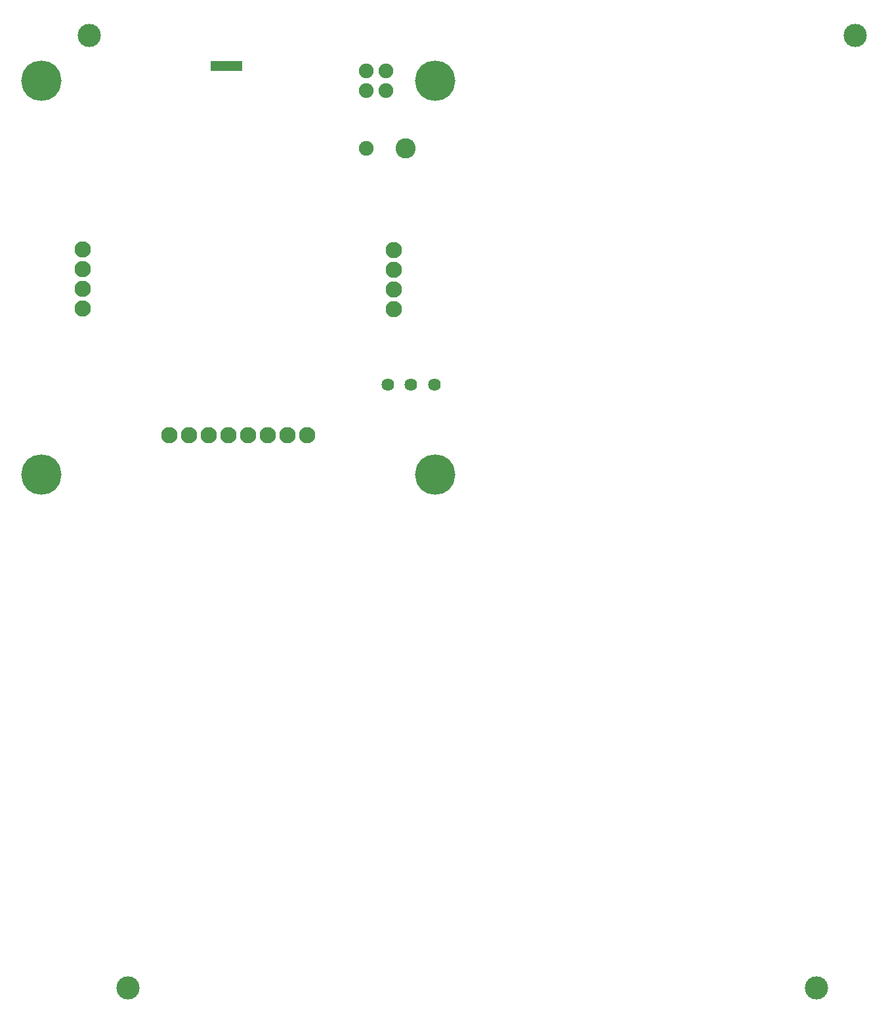
<source format=gbs>
G04 Layer: BottomSolderMaskLayer*
G04 Panelize: V-CUT, Column: 2, Row: 2, Board Size: 58.42mm x 58.42mm, Panelized Board Size: 118.84mm x 118.84mm*
G04 EasyEDA v6.5.34, 2023-09-29 09:21:01*
G04 773f863c4d044161bb83cbac7a5785c2,5a6b42c53f6a479593ecc07194224c93,10*
G04 Gerber Generator version 0.2*
G04 Scale: 100 percent, Rotated: No, Reflected: No *
G04 Dimensions in millimeters *
G04 leading zeros omitted , absolute positions ,4 integer and 5 decimal *
%FSLAX45Y45*%
%MOMM*%

%ADD10C,5.2032*%
%ADD11C,1.9016*%
%ADD12C,2.1016*%
%ADD13C,2.6016*%
%ADD14C,1.6256*%
%ADD15C,3.0000*%

%LPD*%
D10*
G01*
X381000Y5461000D03*
G01*
X5461000Y5461000D03*
G01*
X5461000Y381000D03*
G01*
X381000Y381000D03*
D11*
G01*
X4572000Y5588000D03*
G01*
X4572000Y5334000D03*
G01*
X4826000Y5334000D03*
G01*
X4826000Y5588000D03*
D12*
G01*
X3810000Y889000D03*
G01*
X3556000Y889000D03*
G01*
X3302000Y889000D03*
G01*
X3048000Y889000D03*
G01*
X2794000Y889000D03*
G01*
X2540000Y889000D03*
G01*
X2286000Y889000D03*
G01*
X2032000Y889000D03*
G01*
X4931206Y3020161D03*
G01*
X4931206Y2766161D03*
G01*
X4931206Y2512161D03*
G01*
X4931206Y3274161D03*
G01*
X910818Y2520340D03*
G01*
X910818Y3282340D03*
G01*
X910818Y3028340D03*
G01*
X910818Y2774340D03*
D13*
G01*
X5080000Y4584700D03*
D11*
G01*
X4572000Y4584700D03*
D14*
G01*
X5151399Y1536700D03*
G01*
X5451398Y1536700D03*
G01*
X4851400Y1536700D03*
D15*
G01*
X999997Y6041999D03*
G01*
X10884001Y6041999D03*
G01*
X1499996Y-6241999D03*
G01*
X10384002Y-6241999D03*
G36*
X2565400Y5715000D02*
G01*
X2971800Y5715000D01*
X2971800Y5588000D01*
X2565400Y5588000D01*
G37*
M02*

</source>
